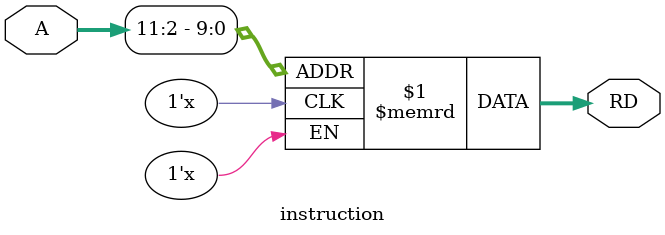
<source format=sv>
module instruction (
    input  logic [63:0] A,   // Address from the PC  
    output logic [31:0] RD   // Instruction for the Fetch stage
);
    // Memory array: 1024 x 32-bit
    logic [31:0] rom [0:1023]; 

    // 2-bit word aligned addressing to access 32-bit instructions
    assign RD = rom[A[11:2]]; 
    

endmodule
</source>
